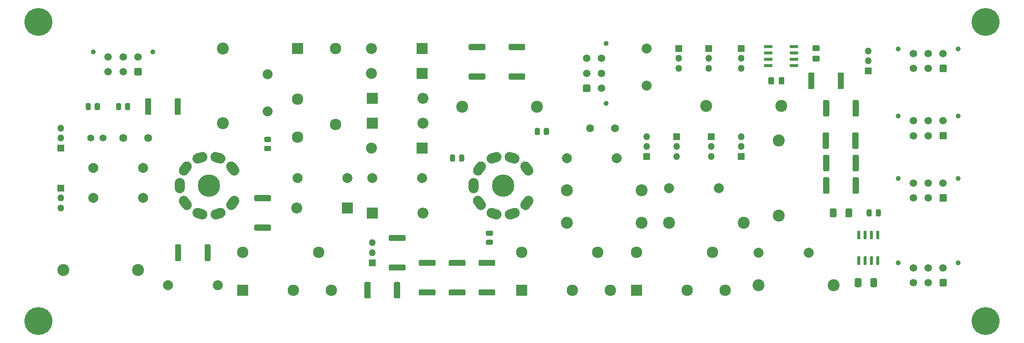
<source format=gbr>
%TF.GenerationSoftware,KiCad,Pcbnew,(5.1.10)-1*%
%TF.CreationDate,2021-11-03T21:28:22+01:00*%
%TF.ProjectId,Amplificatore,416d706c-6966-4696-9361-746f72652e6b,rev?*%
%TF.SameCoordinates,Original*%
%TF.FileFunction,Soldermask,Top*%
%TF.FilePolarity,Negative*%
%FSLAX46Y46*%
G04 Gerber Fmt 4.6, Leading zero omitted, Abs format (unit mm)*
G04 Created by KiCad (PCBNEW (5.1.10)-1) date 2021-11-03 21:28:22*
%MOMM*%
%LPD*%
G01*
G04 APERTURE LIST*
%ADD10C,1.000000*%
%ADD11C,1.500000*%
%ADD12C,2.400000*%
%ADD13C,3.600000*%
%ADD14C,5.600000*%
%ADD15R,1.350000X1.350000*%
%ADD16O,1.350000X1.350000*%
%ADD17C,2.000000*%
%ADD18C,1.600000*%
%ADD19R,2.300000X2.300000*%
%ADD20C,2.300000*%
%ADD21R,2.200000X2.200000*%
%ADD22O,2.200000X2.200000*%
%ADD23C,4.500000*%
%ADD24O,2.030000X3.050000*%
%ADD25C,1.400000*%
G04 APERTURE END LIST*
%TO.C,U4*%
G36*
G01*
X213245000Y-76880000D02*
X213545000Y-76880000D01*
G75*
G02*
X213695000Y-77030000I0J-150000D01*
G01*
X213695000Y-78480000D01*
G75*
G02*
X213545000Y-78630000I-150000J0D01*
G01*
X213245000Y-78630000D01*
G75*
G02*
X213095000Y-78480000I0J150000D01*
G01*
X213095000Y-77030000D01*
G75*
G02*
X213245000Y-76880000I150000J0D01*
G01*
G37*
G36*
G01*
X211975000Y-76880000D02*
X212275000Y-76880000D01*
G75*
G02*
X212425000Y-77030000I0J-150000D01*
G01*
X212425000Y-78480000D01*
G75*
G02*
X212275000Y-78630000I-150000J0D01*
G01*
X211975000Y-78630000D01*
G75*
G02*
X211825000Y-78480000I0J150000D01*
G01*
X211825000Y-77030000D01*
G75*
G02*
X211975000Y-76880000I150000J0D01*
G01*
G37*
G36*
G01*
X210705000Y-76880000D02*
X211005000Y-76880000D01*
G75*
G02*
X211155000Y-77030000I0J-150000D01*
G01*
X211155000Y-78480000D01*
G75*
G02*
X211005000Y-78630000I-150000J0D01*
G01*
X210705000Y-78630000D01*
G75*
G02*
X210555000Y-78480000I0J150000D01*
G01*
X210555000Y-77030000D01*
G75*
G02*
X210705000Y-76880000I150000J0D01*
G01*
G37*
G36*
G01*
X209435000Y-76880000D02*
X209735000Y-76880000D01*
G75*
G02*
X209885000Y-77030000I0J-150000D01*
G01*
X209885000Y-78480000D01*
G75*
G02*
X209735000Y-78630000I-150000J0D01*
G01*
X209435000Y-78630000D01*
G75*
G02*
X209285000Y-78480000I0J150000D01*
G01*
X209285000Y-77030000D01*
G75*
G02*
X209435000Y-76880000I150000J0D01*
G01*
G37*
G36*
G01*
X209435000Y-82030000D02*
X209735000Y-82030000D01*
G75*
G02*
X209885000Y-82180000I0J-150000D01*
G01*
X209885000Y-83630000D01*
G75*
G02*
X209735000Y-83780000I-150000J0D01*
G01*
X209435000Y-83780000D01*
G75*
G02*
X209285000Y-83630000I0J150000D01*
G01*
X209285000Y-82180000D01*
G75*
G02*
X209435000Y-82030000I150000J0D01*
G01*
G37*
G36*
G01*
X210705000Y-82030000D02*
X211005000Y-82030000D01*
G75*
G02*
X211155000Y-82180000I0J-150000D01*
G01*
X211155000Y-83630000D01*
G75*
G02*
X211005000Y-83780000I-150000J0D01*
G01*
X210705000Y-83780000D01*
G75*
G02*
X210555000Y-83630000I0J150000D01*
G01*
X210555000Y-82180000D01*
G75*
G02*
X210705000Y-82030000I150000J0D01*
G01*
G37*
G36*
G01*
X211975000Y-82030000D02*
X212275000Y-82030000D01*
G75*
G02*
X212425000Y-82180000I0J-150000D01*
G01*
X212425000Y-83630000D01*
G75*
G02*
X212275000Y-83780000I-150000J0D01*
G01*
X211975000Y-83780000D01*
G75*
G02*
X211825000Y-83630000I0J150000D01*
G01*
X211825000Y-82180000D01*
G75*
G02*
X211975000Y-82030000I150000J0D01*
G01*
G37*
G36*
G01*
X213245000Y-82030000D02*
X213545000Y-82030000D01*
G75*
G02*
X213695000Y-82180000I0J-150000D01*
G01*
X213695000Y-83630000D01*
G75*
G02*
X213545000Y-83780000I-150000J0D01*
G01*
X213245000Y-83780000D01*
G75*
G02*
X213095000Y-83630000I0J150000D01*
G01*
X213095000Y-82180000D01*
G75*
G02*
X213245000Y-82030000I150000J0D01*
G01*
G37*
%TD*%
%TO.C,R38*%
G36*
G01*
X211153000Y-73780001D02*
X211153000Y-72879999D01*
G75*
G02*
X211402999Y-72630000I249999J0D01*
G01*
X211928001Y-72630000D01*
G75*
G02*
X212178000Y-72879999I0J-249999D01*
G01*
X212178000Y-73780001D01*
G75*
G02*
X211928001Y-74030000I-249999J0D01*
G01*
X211402999Y-74030000D01*
G75*
G02*
X211153000Y-73780001I0J249999D01*
G01*
G37*
G36*
G01*
X212978000Y-73780001D02*
X212978000Y-72879999D01*
G75*
G02*
X213227999Y-72630000I249999J0D01*
G01*
X213753001Y-72630000D01*
G75*
G02*
X214003000Y-72879999I0J-249999D01*
G01*
X214003000Y-73780001D01*
G75*
G02*
X213753001Y-74030000I-249999J0D01*
G01*
X213227999Y-74030000D01*
G75*
G02*
X212978000Y-73780001I0J249999D01*
G01*
G37*
%TD*%
D10*
%TO.C,J21*%
X158930000Y-51330000D03*
X158930000Y-39330000D03*
G36*
G01*
X155490000Y-49080000D02*
X154490000Y-49080000D01*
G75*
G02*
X154240000Y-48830000I0J250000D01*
G01*
X154240000Y-47830000D01*
G75*
G02*
X154490000Y-47580000I250000J0D01*
G01*
X155490000Y-47580000D01*
G75*
G02*
X155740000Y-47830000I0J-250000D01*
G01*
X155740000Y-48830000D01*
G75*
G02*
X155490000Y-49080000I-250000J0D01*
G01*
G37*
D11*
X154990000Y-45330000D03*
X154990000Y-42330000D03*
X157990000Y-48330000D03*
X157990000Y-45330000D03*
X157990000Y-42330000D03*
%TD*%
D10*
%TO.C,J20*%
X229490000Y-83390000D03*
X217490000Y-83390000D03*
G36*
G01*
X227240000Y-86830000D02*
X227240000Y-87830000D01*
G75*
G02*
X226990000Y-88080000I-250000J0D01*
G01*
X225990000Y-88080000D01*
G75*
G02*
X225740000Y-87830000I0J250000D01*
G01*
X225740000Y-86830000D01*
G75*
G02*
X225990000Y-86580000I250000J0D01*
G01*
X226990000Y-86580000D01*
G75*
G02*
X227240000Y-86830000I0J-250000D01*
G01*
G37*
D11*
X223490000Y-87330000D03*
X220490000Y-87330000D03*
X226490000Y-84330000D03*
X223490000Y-84330000D03*
X220490000Y-84330000D03*
%TD*%
D10*
%TO.C,J10*%
X68000000Y-41060000D03*
X56000000Y-41060000D03*
G36*
G01*
X65750000Y-44500000D02*
X65750000Y-45500000D01*
G75*
G02*
X65500000Y-45750000I-250000J0D01*
G01*
X64500000Y-45750000D01*
G75*
G02*
X64250000Y-45500000I0J250000D01*
G01*
X64250000Y-44500000D01*
G75*
G02*
X64500000Y-44250000I250000J0D01*
G01*
X65500000Y-44250000D01*
G75*
G02*
X65750000Y-44500000I0J-250000D01*
G01*
G37*
D11*
X62000000Y-45000000D03*
X59000000Y-45000000D03*
X65000000Y-42000000D03*
X62000000Y-42000000D03*
X59000000Y-42000000D03*
%TD*%
%TO.C,C33*%
G36*
G01*
X203765000Y-73980001D02*
X203765000Y-72679999D01*
G75*
G02*
X204014999Y-72430000I249999J0D01*
G01*
X204840001Y-72430000D01*
G75*
G02*
X205090000Y-72679999I0J-249999D01*
G01*
X205090000Y-73980001D01*
G75*
G02*
X204840001Y-74230000I-249999J0D01*
G01*
X204014999Y-74230000D01*
G75*
G02*
X203765000Y-73980001I0J249999D01*
G01*
G37*
G36*
G01*
X206890000Y-73980001D02*
X206890000Y-72679999D01*
G75*
G02*
X207139999Y-72430000I249999J0D01*
G01*
X207965001Y-72430000D01*
G75*
G02*
X208215000Y-72679999I0J-249999D01*
G01*
X208215000Y-73980001D01*
G75*
G02*
X207965001Y-74230000I-249999J0D01*
G01*
X207139999Y-74230000D01*
G75*
G02*
X206890000Y-73980001I0J249999D01*
G01*
G37*
%TD*%
%TO.C,C32*%
G36*
G01*
X213215000Y-86679999D02*
X213215000Y-87980001D01*
G75*
G02*
X212965001Y-88230000I-249999J0D01*
G01*
X212139999Y-88230000D01*
G75*
G02*
X211890000Y-87980001I0J249999D01*
G01*
X211890000Y-86679999D01*
G75*
G02*
X212139999Y-86430000I249999J0D01*
G01*
X212965001Y-86430000D01*
G75*
G02*
X213215000Y-86679999I0J-249999D01*
G01*
G37*
G36*
G01*
X210090000Y-86679999D02*
X210090000Y-87980001D01*
G75*
G02*
X209840001Y-88230000I-249999J0D01*
G01*
X209014999Y-88230000D01*
G75*
G02*
X208765000Y-87980001I0J249999D01*
G01*
X208765000Y-86679999D01*
G75*
G02*
X209014999Y-86430000I249999J0D01*
G01*
X209840001Y-86430000D01*
G75*
G02*
X210090000Y-86679999I0J-249999D01*
G01*
G37*
%TD*%
D12*
%TO.C,C30*%
X193490000Y-73830000D03*
X193490000Y-58830000D03*
%TD*%
%TO.C,C28*%
X204490000Y-87830000D03*
X189490000Y-87830000D03*
%TD*%
%TO.C,C27*%
X178990000Y-51830000D03*
X193990000Y-51830000D03*
%TD*%
%TO.C,R36*%
G36*
G01*
X202415000Y-53755000D02*
X202415000Y-50905000D01*
G75*
G02*
X202665000Y-50655000I250000J0D01*
G01*
X203390000Y-50655000D01*
G75*
G02*
X203640000Y-50905000I0J-250000D01*
G01*
X203640000Y-53755000D01*
G75*
G02*
X203390000Y-54005000I-250000J0D01*
G01*
X202665000Y-54005000D01*
G75*
G02*
X202415000Y-53755000I0J250000D01*
G01*
G37*
G36*
G01*
X208340000Y-53755000D02*
X208340000Y-50905000D01*
G75*
G02*
X208590000Y-50655000I250000J0D01*
G01*
X209315000Y-50655000D01*
G75*
G02*
X209565000Y-50905000I0J-250000D01*
G01*
X209565000Y-53755000D01*
G75*
G02*
X209315000Y-54005000I-250000J0D01*
G01*
X208590000Y-54005000D01*
G75*
G02*
X208340000Y-53755000I0J250000D01*
G01*
G37*
%TD*%
%TO.C,C24*%
G36*
G01*
X200515000Y-39705000D02*
X201465000Y-39705000D01*
G75*
G02*
X201715000Y-39955000I0J-250000D01*
G01*
X201715000Y-40630000D01*
G75*
G02*
X201465000Y-40880000I-250000J0D01*
G01*
X200515000Y-40880000D01*
G75*
G02*
X200265000Y-40630000I0J250000D01*
G01*
X200265000Y-39955000D01*
G75*
G02*
X200515000Y-39705000I250000J0D01*
G01*
G37*
G36*
G01*
X200515000Y-41780000D02*
X201465000Y-41780000D01*
G75*
G02*
X201715000Y-42030000I0J-250000D01*
G01*
X201715000Y-42705000D01*
G75*
G02*
X201465000Y-42955000I-250000J0D01*
G01*
X200515000Y-42955000D01*
G75*
G02*
X200265000Y-42705000I0J250000D01*
G01*
X200265000Y-42030000D01*
G75*
G02*
X200515000Y-41780000I250000J0D01*
G01*
G37*
%TD*%
%TO.C,C23*%
G36*
G01*
X191403000Y-47305000D02*
X191403000Y-46355000D01*
G75*
G02*
X191653000Y-46105000I250000J0D01*
G01*
X192328000Y-46105000D01*
G75*
G02*
X192578000Y-46355000I0J-250000D01*
G01*
X192578000Y-47305000D01*
G75*
G02*
X192328000Y-47555000I-250000J0D01*
G01*
X191653000Y-47555000D01*
G75*
G02*
X191403000Y-47305000I0J250000D01*
G01*
G37*
G36*
G01*
X193478000Y-47305000D02*
X193478000Y-46355000D01*
G75*
G02*
X193728000Y-46105000I250000J0D01*
G01*
X194403000Y-46105000D01*
G75*
G02*
X194653000Y-46355000I0J-250000D01*
G01*
X194653000Y-47305000D01*
G75*
G02*
X194403000Y-47555000I-250000J0D01*
G01*
X193728000Y-47555000D01*
G75*
G02*
X193478000Y-47305000I0J250000D01*
G01*
G37*
%TD*%
D13*
%TO.C,J19*%
X235000000Y-35000000D03*
D14*
X235000000Y-35000000D03*
%TD*%
%TO.C,J18*%
X235000000Y-95000000D03*
D13*
X235000000Y-95000000D03*
%TD*%
%TO.C,J17*%
X45000000Y-95000000D03*
D14*
X45000000Y-95000000D03*
%TD*%
D13*
%TO.C,J16*%
X45000000Y-35000000D03*
D14*
X45000000Y-35000000D03*
%TD*%
%TO.C,U3*%
G36*
G01*
X190540000Y-40075000D02*
X190540000Y-39775000D01*
G75*
G02*
X190690000Y-39625000I150000J0D01*
G01*
X192140000Y-39625000D01*
G75*
G02*
X192290000Y-39775000I0J-150000D01*
G01*
X192290000Y-40075000D01*
G75*
G02*
X192140000Y-40225000I-150000J0D01*
G01*
X190690000Y-40225000D01*
G75*
G02*
X190540000Y-40075000I0J150000D01*
G01*
G37*
G36*
G01*
X190540000Y-41345000D02*
X190540000Y-41045000D01*
G75*
G02*
X190690000Y-40895000I150000J0D01*
G01*
X192140000Y-40895000D01*
G75*
G02*
X192290000Y-41045000I0J-150000D01*
G01*
X192290000Y-41345000D01*
G75*
G02*
X192140000Y-41495000I-150000J0D01*
G01*
X190690000Y-41495000D01*
G75*
G02*
X190540000Y-41345000I0J150000D01*
G01*
G37*
G36*
G01*
X190540000Y-42615000D02*
X190540000Y-42315000D01*
G75*
G02*
X190690000Y-42165000I150000J0D01*
G01*
X192140000Y-42165000D01*
G75*
G02*
X192290000Y-42315000I0J-150000D01*
G01*
X192290000Y-42615000D01*
G75*
G02*
X192140000Y-42765000I-150000J0D01*
G01*
X190690000Y-42765000D01*
G75*
G02*
X190540000Y-42615000I0J150000D01*
G01*
G37*
G36*
G01*
X190540000Y-43885000D02*
X190540000Y-43585000D01*
G75*
G02*
X190690000Y-43435000I150000J0D01*
G01*
X192140000Y-43435000D01*
G75*
G02*
X192290000Y-43585000I0J-150000D01*
G01*
X192290000Y-43885000D01*
G75*
G02*
X192140000Y-44035000I-150000J0D01*
G01*
X190690000Y-44035000D01*
G75*
G02*
X190540000Y-43885000I0J150000D01*
G01*
G37*
G36*
G01*
X195690000Y-43885000D02*
X195690000Y-43585000D01*
G75*
G02*
X195840000Y-43435000I150000J0D01*
G01*
X197290000Y-43435000D01*
G75*
G02*
X197440000Y-43585000I0J-150000D01*
G01*
X197440000Y-43885000D01*
G75*
G02*
X197290000Y-44035000I-150000J0D01*
G01*
X195840000Y-44035000D01*
G75*
G02*
X195690000Y-43885000I0J150000D01*
G01*
G37*
G36*
G01*
X195690000Y-42615000D02*
X195690000Y-42315000D01*
G75*
G02*
X195840000Y-42165000I150000J0D01*
G01*
X197290000Y-42165000D01*
G75*
G02*
X197440000Y-42315000I0J-150000D01*
G01*
X197440000Y-42615000D01*
G75*
G02*
X197290000Y-42765000I-150000J0D01*
G01*
X195840000Y-42765000D01*
G75*
G02*
X195690000Y-42615000I0J150000D01*
G01*
G37*
G36*
G01*
X195690000Y-41345000D02*
X195690000Y-41045000D01*
G75*
G02*
X195840000Y-40895000I150000J0D01*
G01*
X197290000Y-40895000D01*
G75*
G02*
X197440000Y-41045000I0J-150000D01*
G01*
X197440000Y-41345000D01*
G75*
G02*
X197290000Y-41495000I-150000J0D01*
G01*
X195840000Y-41495000D01*
G75*
G02*
X195690000Y-41345000I0J150000D01*
G01*
G37*
G36*
G01*
X195690000Y-40075000D02*
X195690000Y-39775000D01*
G75*
G02*
X195840000Y-39625000I150000J0D01*
G01*
X197290000Y-39625000D01*
G75*
G02*
X197440000Y-39775000I0J-150000D01*
G01*
X197440000Y-40075000D01*
G75*
G02*
X197290000Y-40225000I-150000J0D01*
G01*
X195840000Y-40225000D01*
G75*
G02*
X195690000Y-40075000I0J150000D01*
G01*
G37*
%TD*%
%TO.C,R34*%
G36*
G01*
X202415000Y-69255000D02*
X202415000Y-66405000D01*
G75*
G02*
X202665000Y-66155000I250000J0D01*
G01*
X203390000Y-66155000D01*
G75*
G02*
X203640000Y-66405000I0J-250000D01*
G01*
X203640000Y-69255000D01*
G75*
G02*
X203390000Y-69505000I-250000J0D01*
G01*
X202665000Y-69505000D01*
G75*
G02*
X202415000Y-69255000I0J250000D01*
G01*
G37*
G36*
G01*
X208340000Y-69255000D02*
X208340000Y-66405000D01*
G75*
G02*
X208590000Y-66155000I250000J0D01*
G01*
X209315000Y-66155000D01*
G75*
G02*
X209565000Y-66405000I0J-250000D01*
G01*
X209565000Y-69255000D01*
G75*
G02*
X209315000Y-69505000I-250000J0D01*
G01*
X208590000Y-69505000D01*
G75*
G02*
X208340000Y-69255000I0J250000D01*
G01*
G37*
%TD*%
%TO.C,R33*%
G36*
G01*
X202415000Y-64755000D02*
X202415000Y-61905000D01*
G75*
G02*
X202665000Y-61655000I250000J0D01*
G01*
X203390000Y-61655000D01*
G75*
G02*
X203640000Y-61905000I0J-250000D01*
G01*
X203640000Y-64755000D01*
G75*
G02*
X203390000Y-65005000I-250000J0D01*
G01*
X202665000Y-65005000D01*
G75*
G02*
X202415000Y-64755000I0J250000D01*
G01*
G37*
G36*
G01*
X208340000Y-64755000D02*
X208340000Y-61905000D01*
G75*
G02*
X208590000Y-61655000I250000J0D01*
G01*
X209315000Y-61655000D01*
G75*
G02*
X209565000Y-61905000I0J-250000D01*
G01*
X209565000Y-64755000D01*
G75*
G02*
X209315000Y-65005000I-250000J0D01*
G01*
X208590000Y-65005000D01*
G75*
G02*
X208340000Y-64755000I0J250000D01*
G01*
G37*
%TD*%
%TO.C,R32*%
G36*
G01*
X202345000Y-60255000D02*
X202345000Y-57405000D01*
G75*
G02*
X202595000Y-57155000I250000J0D01*
G01*
X203320000Y-57155000D01*
G75*
G02*
X203570000Y-57405000I0J-250000D01*
G01*
X203570000Y-60255000D01*
G75*
G02*
X203320000Y-60505000I-250000J0D01*
G01*
X202595000Y-60505000D01*
G75*
G02*
X202345000Y-60255000I0J250000D01*
G01*
G37*
G36*
G01*
X208270000Y-60255000D02*
X208270000Y-57405000D01*
G75*
G02*
X208520000Y-57155000I250000J0D01*
G01*
X209245000Y-57155000D01*
G75*
G02*
X209495000Y-57405000I0J-250000D01*
G01*
X209495000Y-60255000D01*
G75*
G02*
X209245000Y-60505000I-250000J0D01*
G01*
X208520000Y-60505000D01*
G75*
G02*
X208270000Y-60255000I0J250000D01*
G01*
G37*
%TD*%
%TO.C,R31*%
G36*
G01*
X206565000Y-45405000D02*
X206565000Y-48255000D01*
G75*
G02*
X206315000Y-48505000I-250000J0D01*
G01*
X205590000Y-48505000D01*
G75*
G02*
X205340000Y-48255000I0J250000D01*
G01*
X205340000Y-45405000D01*
G75*
G02*
X205590000Y-45155000I250000J0D01*
G01*
X206315000Y-45155000D01*
G75*
G02*
X206565000Y-45405000I0J-250000D01*
G01*
G37*
G36*
G01*
X200640000Y-45405000D02*
X200640000Y-48255000D01*
G75*
G02*
X200390000Y-48505000I-250000J0D01*
G01*
X199665000Y-48505000D01*
G75*
G02*
X199415000Y-48255000I0J250000D01*
G01*
X199415000Y-45405000D01*
G75*
G02*
X199665000Y-45155000I250000J0D01*
G01*
X200390000Y-45155000D01*
G75*
G02*
X200640000Y-45405000I0J-250000D01*
G01*
G37*
%TD*%
D15*
%TO.C,J15*%
X211490000Y-44830000D03*
D16*
X211490000Y-42830000D03*
X211490000Y-40830000D03*
%TD*%
D15*
%TO.C,J14*%
X185990000Y-40330000D03*
D16*
X185990000Y-42330000D03*
X185990000Y-44330000D03*
%TD*%
D10*
%TO.C,J13*%
X229490000Y-66390000D03*
X217490000Y-66390000D03*
G36*
G01*
X227240000Y-69830000D02*
X227240000Y-70830000D01*
G75*
G02*
X226990000Y-71080000I-250000J0D01*
G01*
X225990000Y-71080000D01*
G75*
G02*
X225740000Y-70830000I0J250000D01*
G01*
X225740000Y-69830000D01*
G75*
G02*
X225990000Y-69580000I250000J0D01*
G01*
X226990000Y-69580000D01*
G75*
G02*
X227240000Y-69830000I0J-250000D01*
G01*
G37*
D11*
X223490000Y-70330000D03*
X220490000Y-70330000D03*
X226490000Y-67330000D03*
X223490000Y-67330000D03*
X220490000Y-67330000D03*
%TD*%
D10*
%TO.C,J12*%
X229490000Y-40390000D03*
X217490000Y-40390000D03*
G36*
G01*
X227240000Y-43830000D02*
X227240000Y-44830000D01*
G75*
G02*
X226990000Y-45080000I-250000J0D01*
G01*
X225990000Y-45080000D01*
G75*
G02*
X225740000Y-44830000I0J250000D01*
G01*
X225740000Y-43830000D01*
G75*
G02*
X225990000Y-43580000I250000J0D01*
G01*
X226990000Y-43580000D01*
G75*
G02*
X227240000Y-43830000I0J-250000D01*
G01*
G37*
D11*
X223490000Y-44330000D03*
X220490000Y-44330000D03*
X226490000Y-41330000D03*
X223490000Y-41330000D03*
X220490000Y-41330000D03*
%TD*%
D10*
%TO.C,J11*%
X229490000Y-53890000D03*
X217490000Y-53890000D03*
G36*
G01*
X227240000Y-57330000D02*
X227240000Y-58330000D01*
G75*
G02*
X226990000Y-58580000I-250000J0D01*
G01*
X225990000Y-58580000D01*
G75*
G02*
X225740000Y-58330000I0J250000D01*
G01*
X225740000Y-57330000D01*
G75*
G02*
X225990000Y-57080000I250000J0D01*
G01*
X226990000Y-57080000D01*
G75*
G02*
X227240000Y-57330000I0J-250000D01*
G01*
G37*
D11*
X223490000Y-57830000D03*
X220490000Y-57830000D03*
X226490000Y-54830000D03*
X223490000Y-54830000D03*
X220490000Y-54830000D03*
%TD*%
%TO.C,R24*%
G36*
G01*
X139575000Y-39425000D02*
X142425000Y-39425000D01*
G75*
G02*
X142675000Y-39675000I0J-250000D01*
G01*
X142675000Y-40400000D01*
G75*
G02*
X142425000Y-40650000I-250000J0D01*
G01*
X139575000Y-40650000D01*
G75*
G02*
X139325000Y-40400000I0J250000D01*
G01*
X139325000Y-39675000D01*
G75*
G02*
X139575000Y-39425000I250000J0D01*
G01*
G37*
G36*
G01*
X139575000Y-45350000D02*
X142425000Y-45350000D01*
G75*
G02*
X142675000Y-45600000I0J-250000D01*
G01*
X142675000Y-46325000D01*
G75*
G02*
X142425000Y-46575000I-250000J0D01*
G01*
X139575000Y-46575000D01*
G75*
G02*
X139325000Y-46325000I0J250000D01*
G01*
X139325000Y-45600000D01*
G75*
G02*
X139575000Y-45350000I250000J0D01*
G01*
G37*
%TD*%
%TO.C,R23*%
G36*
G01*
X135039999Y-76905000D02*
X135940001Y-76905000D01*
G75*
G02*
X136190000Y-77154999I0J-249999D01*
G01*
X136190000Y-77680001D01*
G75*
G02*
X135940001Y-77930000I-249999J0D01*
G01*
X135039999Y-77930000D01*
G75*
G02*
X134790000Y-77680001I0J249999D01*
G01*
X134790000Y-77154999D01*
G75*
G02*
X135039999Y-76905000I249999J0D01*
G01*
G37*
G36*
G01*
X135039999Y-78730000D02*
X135940001Y-78730000D01*
G75*
G02*
X136190000Y-78979999I0J-249999D01*
G01*
X136190000Y-79505001D01*
G75*
G02*
X135940001Y-79755000I-249999J0D01*
G01*
X135039999Y-79755000D01*
G75*
G02*
X134790000Y-79505001I0J249999D01*
G01*
X134790000Y-78979999D01*
G75*
G02*
X135039999Y-78730000I249999J0D01*
G01*
G37*
%TD*%
D15*
%TO.C,J9*%
X179490000Y-40330000D03*
D16*
X179490000Y-42330000D03*
X179490000Y-44330000D03*
%TD*%
D15*
%TO.C,J8*%
X180000000Y-58000000D03*
D16*
X180000000Y-60000000D03*
X180000000Y-62000000D03*
%TD*%
D15*
%TO.C,J7*%
X173490000Y-40330000D03*
D16*
X173490000Y-42330000D03*
X173490000Y-44330000D03*
%TD*%
D15*
%TO.C,J6*%
X173000000Y-58000000D03*
D16*
X173000000Y-60000000D03*
X173000000Y-62000000D03*
%TD*%
D15*
%TO.C,J5*%
X166990000Y-62000000D03*
D16*
X166990000Y-60000000D03*
X166990000Y-58000000D03*
%TD*%
D17*
%TO.C,C22*%
X189490000Y-81330000D03*
X199490000Y-81330000D03*
%TD*%
D12*
%TO.C,C21*%
X171490000Y-75330000D03*
X186490000Y-75330000D03*
%TD*%
D17*
%TO.C,C20*%
X166990000Y-47830000D03*
X166990000Y-40330000D03*
%TD*%
D18*
%TO.C,C19*%
X155650000Y-56330000D03*
X160650000Y-56330000D03*
%TD*%
D17*
%TO.C,C18*%
X181490000Y-68330000D03*
X171490000Y-68330000D03*
%TD*%
%TO.C,C17*%
X160990000Y-62330000D03*
X150990000Y-62330000D03*
%TD*%
D12*
%TO.C,C16*%
X165990000Y-68830000D03*
X150990000Y-68830000D03*
%TD*%
D16*
%TO.C,J4*%
X49490000Y-56330000D03*
X49490000Y-58330000D03*
D15*
X49490000Y-60330000D03*
%TD*%
%TO.C,R2*%
G36*
G01*
X60575000Y-52450001D02*
X60575000Y-51549999D01*
G75*
G02*
X60824999Y-51300000I249999J0D01*
G01*
X61350001Y-51300000D01*
G75*
G02*
X61600000Y-51549999I0J-249999D01*
G01*
X61600000Y-52450001D01*
G75*
G02*
X61350001Y-52700000I-249999J0D01*
G01*
X60824999Y-52700000D01*
G75*
G02*
X60575000Y-52450001I0J249999D01*
G01*
G37*
G36*
G01*
X62400000Y-52450001D02*
X62400000Y-51549999D01*
G75*
G02*
X62649999Y-51300000I249999J0D01*
G01*
X63175001Y-51300000D01*
G75*
G02*
X63425000Y-51549999I0J-249999D01*
G01*
X63425000Y-52450001D01*
G75*
G02*
X63175001Y-52700000I-249999J0D01*
G01*
X62649999Y-52700000D01*
G75*
G02*
X62400000Y-52450001I0J249999D01*
G01*
G37*
%TD*%
D19*
%TO.C,K4*%
X164990000Y-88830000D03*
D20*
X175150000Y-88830000D03*
X182770000Y-88830000D03*
X180230000Y-81210000D03*
X164990000Y-81210000D03*
%TD*%
D19*
%TO.C,K3*%
X141990000Y-88830000D03*
D20*
X152150000Y-88830000D03*
X159770000Y-88830000D03*
X157230000Y-81210000D03*
X141990000Y-81210000D03*
%TD*%
D15*
%TO.C,J3*%
X185990000Y-62000000D03*
D16*
X185990000Y-60000000D03*
X185990000Y-58000000D03*
%TD*%
D12*
%TO.C,C15*%
X150990000Y-75330000D03*
X165990000Y-75330000D03*
%TD*%
%TO.C,R20*%
G36*
G01*
X133565000Y-82755000D02*
X136415000Y-82755000D01*
G75*
G02*
X136665000Y-83005000I0J-250000D01*
G01*
X136665000Y-83730000D01*
G75*
G02*
X136415000Y-83980000I-250000J0D01*
G01*
X133565000Y-83980000D01*
G75*
G02*
X133315000Y-83730000I0J250000D01*
G01*
X133315000Y-83005000D01*
G75*
G02*
X133565000Y-82755000I250000J0D01*
G01*
G37*
G36*
G01*
X133565000Y-88680000D02*
X136415000Y-88680000D01*
G75*
G02*
X136665000Y-88930000I0J-250000D01*
G01*
X136665000Y-89655000D01*
G75*
G02*
X136415000Y-89905000I-250000J0D01*
G01*
X133565000Y-89905000D01*
G75*
G02*
X133315000Y-89655000I0J250000D01*
G01*
X133315000Y-88930000D01*
G75*
G02*
X133565000Y-88680000I250000J0D01*
G01*
G37*
%TD*%
%TO.C,R19*%
G36*
G01*
X127565000Y-82755000D02*
X130415000Y-82755000D01*
G75*
G02*
X130665000Y-83005000I0J-250000D01*
G01*
X130665000Y-83730000D01*
G75*
G02*
X130415000Y-83980000I-250000J0D01*
G01*
X127565000Y-83980000D01*
G75*
G02*
X127315000Y-83730000I0J250000D01*
G01*
X127315000Y-83005000D01*
G75*
G02*
X127565000Y-82755000I250000J0D01*
G01*
G37*
G36*
G01*
X127565000Y-88680000D02*
X130415000Y-88680000D01*
G75*
G02*
X130665000Y-88930000I0J-250000D01*
G01*
X130665000Y-89655000D01*
G75*
G02*
X130415000Y-89905000I-250000J0D01*
G01*
X127565000Y-89905000D01*
G75*
G02*
X127315000Y-89655000I0J250000D01*
G01*
X127315000Y-88930000D01*
G75*
G02*
X127565000Y-88680000I250000J0D01*
G01*
G37*
%TD*%
%TO.C,R18*%
G36*
G01*
X118415000Y-84905000D02*
X115565000Y-84905000D01*
G75*
G02*
X115315000Y-84655000I0J250000D01*
G01*
X115315000Y-83930000D01*
G75*
G02*
X115565000Y-83680000I250000J0D01*
G01*
X118415000Y-83680000D01*
G75*
G02*
X118665000Y-83930000I0J-250000D01*
G01*
X118665000Y-84655000D01*
G75*
G02*
X118415000Y-84905000I-250000J0D01*
G01*
G37*
G36*
G01*
X118415000Y-78980000D02*
X115565000Y-78980000D01*
G75*
G02*
X115315000Y-78730000I0J250000D01*
G01*
X115315000Y-78005000D01*
G75*
G02*
X115565000Y-77755000I250000J0D01*
G01*
X118415000Y-77755000D01*
G75*
G02*
X118665000Y-78005000I0J-250000D01*
G01*
X118665000Y-78730000D01*
G75*
G02*
X118415000Y-78980000I-250000J0D01*
G01*
G37*
%TD*%
D20*
%TO.C,K2*%
X85990000Y-81210000D03*
X101230000Y-81210000D03*
X103770000Y-88830000D03*
X96150000Y-88830000D03*
D19*
X85990000Y-88830000D03*
%TD*%
D21*
%TO.C,D7*%
X106990000Y-72330000D03*
D22*
X96830000Y-72330000D03*
%TD*%
D21*
%TO.C,D6*%
X111990000Y-73330000D03*
D22*
X122150000Y-73330000D03*
%TD*%
D12*
%TO.C,C14*%
X130000000Y-52000000D03*
X145000000Y-52000000D03*
%TD*%
D17*
%TO.C,C13*%
X111990000Y-66330000D03*
X121990000Y-66330000D03*
%TD*%
D23*
%TO.C,U2*%
X138240000Y-67880000D03*
G36*
G01*
X143511382Y-63410799D02*
X144110922Y-64235997D01*
G75*
G02*
X143886372Y-65653751I-821152J-596602D01*
G01*
X143886372Y-65653751D01*
G75*
G02*
X142468618Y-65429201I-596602J821152D01*
G01*
X141869078Y-64604003D01*
G75*
G02*
X142093628Y-63186249I821152J596602D01*
G01*
X142093628Y-63186249D01*
G75*
G02*
X143511382Y-63410799I596602J-821152D01*
G01*
G37*
G36*
G01*
X139848613Y-61147079D02*
X140818691Y-61462277D01*
G75*
G02*
X141470361Y-62741251I-313652J-965322D01*
G01*
X141470361Y-62741251D01*
G75*
G02*
X140191387Y-63392921I-965322J313652D01*
G01*
X139221309Y-63077723D01*
G75*
G02*
X138569639Y-61798749I313652J965322D01*
G01*
X138569639Y-61798749D01*
G75*
G02*
X139848613Y-61147079I965322J-313652D01*
G01*
G37*
G36*
G01*
X135611309Y-61462277D02*
X136581387Y-61147079D01*
G75*
G02*
X137860361Y-61798749I313652J-965322D01*
G01*
X137860361Y-61798749D01*
G75*
G02*
X137208691Y-63077723I-965322J-313652D01*
G01*
X136238613Y-63392921D01*
G75*
G02*
X134959639Y-62741251I-313652J965322D01*
G01*
X134959639Y-62741251D01*
G75*
G02*
X135611309Y-61462277I965322J313652D01*
G01*
G37*
G36*
G01*
X132359078Y-64235997D02*
X132958618Y-63410799D01*
G75*
G02*
X134376372Y-63186249I821152J-596602D01*
G01*
X134376372Y-63186249D01*
G75*
G02*
X134600922Y-64604003I-596602J-821152D01*
G01*
X134001382Y-65429201D01*
G75*
G02*
X132583628Y-65653751I-821152J596602D01*
G01*
X132583628Y-65653751D01*
G75*
G02*
X132359078Y-64235997I596602J821152D01*
G01*
G37*
D24*
X132340000Y-67880000D03*
G36*
G01*
X134001382Y-70320799D02*
X134600922Y-71145997D01*
G75*
G02*
X134376372Y-72563751I-821152J-596602D01*
G01*
X134376372Y-72563751D01*
G75*
G02*
X132958618Y-72339201I-596602J821152D01*
G01*
X132359078Y-71514003D01*
G75*
G02*
X132583628Y-70096249I821152J596602D01*
G01*
X132583628Y-70096249D01*
G75*
G02*
X134001382Y-70320799I596602J-821152D01*
G01*
G37*
G36*
G01*
X136238613Y-72357079D02*
X137208691Y-72672277D01*
G75*
G02*
X137860361Y-73951251I-313652J-965322D01*
G01*
X137860361Y-73951251D01*
G75*
G02*
X136581387Y-74602921I-965322J313652D01*
G01*
X135611309Y-74287723D01*
G75*
G02*
X134959639Y-73008749I313652J965322D01*
G01*
X134959639Y-73008749D01*
G75*
G02*
X136238613Y-72357079I965322J-313652D01*
G01*
G37*
G36*
G01*
X139261309Y-72672277D02*
X140231387Y-72357079D01*
G75*
G02*
X141510361Y-73008749I313652J-965322D01*
G01*
X141510361Y-73008749D01*
G75*
G02*
X140858691Y-74287723I-965322J-313652D01*
G01*
X139888613Y-74602921D01*
G75*
G02*
X138609639Y-73951251I-313652J965322D01*
G01*
X138609639Y-73951251D01*
G75*
G02*
X139261309Y-72672277I965322J313652D01*
G01*
G37*
G36*
G01*
X141869078Y-71145997D02*
X142468618Y-70320799D01*
G75*
G02*
X143886372Y-70096249I821152J-596602D01*
G01*
X143886372Y-70096249D01*
G75*
G02*
X144110922Y-71514003I-596602J-821152D01*
G01*
X143511382Y-72339201D01*
G75*
G02*
X142093628Y-72563751I-821152J596602D01*
G01*
X142093628Y-72563751D01*
G75*
G02*
X141869078Y-71145997I596602J821152D01*
G01*
G37*
%TD*%
%TO.C,R17*%
G36*
G01*
X131575000Y-45350000D02*
X134425000Y-45350000D01*
G75*
G02*
X134675000Y-45600000I0J-250000D01*
G01*
X134675000Y-46325000D01*
G75*
G02*
X134425000Y-46575000I-250000J0D01*
G01*
X131575000Y-46575000D01*
G75*
G02*
X131325000Y-46325000I0J250000D01*
G01*
X131325000Y-45600000D01*
G75*
G02*
X131575000Y-45350000I250000J0D01*
G01*
G37*
G36*
G01*
X131575000Y-39425000D02*
X134425000Y-39425000D01*
G75*
G02*
X134675000Y-39675000I0J-250000D01*
G01*
X134675000Y-40400000D01*
G75*
G02*
X134425000Y-40650000I-250000J0D01*
G01*
X131575000Y-40650000D01*
G75*
G02*
X131325000Y-40400000I0J250000D01*
G01*
X131325000Y-39675000D01*
G75*
G02*
X131575000Y-39425000I250000J0D01*
G01*
G37*
%TD*%
%TO.C,R16*%
G36*
G01*
X146400000Y-57450001D02*
X146400000Y-56549999D01*
G75*
G02*
X146649999Y-56300000I249999J0D01*
G01*
X147175001Y-56300000D01*
G75*
G02*
X147425000Y-56549999I0J-249999D01*
G01*
X147425000Y-57450001D01*
G75*
G02*
X147175001Y-57700000I-249999J0D01*
G01*
X146649999Y-57700000D01*
G75*
G02*
X146400000Y-57450001I0J249999D01*
G01*
G37*
G36*
G01*
X144575000Y-57450001D02*
X144575000Y-56549999D01*
G75*
G02*
X144824999Y-56300000I249999J0D01*
G01*
X145350001Y-56300000D01*
G75*
G02*
X145600000Y-56549999I0J-249999D01*
G01*
X145600000Y-57450001D01*
G75*
G02*
X145350001Y-57700000I-249999J0D01*
G01*
X144824999Y-57700000D01*
G75*
G02*
X144575000Y-57450001I0J249999D01*
G01*
G37*
%TD*%
%TO.C,R15*%
G36*
G01*
X127565000Y-62780001D02*
X127565000Y-61879999D01*
G75*
G02*
X127814999Y-61630000I249999J0D01*
G01*
X128340001Y-61630000D01*
G75*
G02*
X128590000Y-61879999I0J-249999D01*
G01*
X128590000Y-62780001D01*
G75*
G02*
X128340001Y-63030000I-249999J0D01*
G01*
X127814999Y-63030000D01*
G75*
G02*
X127565000Y-62780001I0J249999D01*
G01*
G37*
G36*
G01*
X129390000Y-62780001D02*
X129390000Y-61879999D01*
G75*
G02*
X129639999Y-61630000I249999J0D01*
G01*
X130165001Y-61630000D01*
G75*
G02*
X130415000Y-61879999I0J-249999D01*
G01*
X130415000Y-62780001D01*
G75*
G02*
X130165001Y-63030000I-249999J0D01*
G01*
X129639999Y-63030000D01*
G75*
G02*
X129390000Y-62780001I0J249999D01*
G01*
G37*
%TD*%
%TO.C,R13*%
G36*
G01*
X121565000Y-82755000D02*
X124415000Y-82755000D01*
G75*
G02*
X124665000Y-83005000I0J-250000D01*
G01*
X124665000Y-83730000D01*
G75*
G02*
X124415000Y-83980000I-250000J0D01*
G01*
X121565000Y-83980000D01*
G75*
G02*
X121315000Y-83730000I0J250000D01*
G01*
X121315000Y-83005000D01*
G75*
G02*
X121565000Y-82755000I250000J0D01*
G01*
G37*
G36*
G01*
X121565000Y-88680000D02*
X124415000Y-88680000D01*
G75*
G02*
X124665000Y-88930000I0J-250000D01*
G01*
X124665000Y-89655000D01*
G75*
G02*
X124415000Y-89905000I-250000J0D01*
G01*
X121565000Y-89905000D01*
G75*
G02*
X121315000Y-89655000I0J250000D01*
G01*
X121315000Y-88930000D01*
G75*
G02*
X121565000Y-88680000I250000J0D01*
G01*
G37*
%TD*%
%TO.C,R12*%
G36*
G01*
X117565000Y-87405000D02*
X117565000Y-90255000D01*
G75*
G02*
X117315000Y-90505000I-250000J0D01*
G01*
X116590000Y-90505000D01*
G75*
G02*
X116340000Y-90255000I0J250000D01*
G01*
X116340000Y-87405000D01*
G75*
G02*
X116590000Y-87155000I250000J0D01*
G01*
X117315000Y-87155000D01*
G75*
G02*
X117565000Y-87405000I0J-250000D01*
G01*
G37*
G36*
G01*
X111640000Y-87405000D02*
X111640000Y-90255000D01*
G75*
G02*
X111390000Y-90505000I-250000J0D01*
G01*
X110665000Y-90505000D01*
G75*
G02*
X110415000Y-90255000I0J250000D01*
G01*
X110415000Y-87405000D01*
G75*
G02*
X110665000Y-87155000I250000J0D01*
G01*
X111390000Y-87155000D01*
G75*
G02*
X111640000Y-87405000I0J-250000D01*
G01*
G37*
%TD*%
D15*
%TO.C,J2*%
X111990000Y-83330000D03*
D16*
X111990000Y-81330000D03*
X111990000Y-79330000D03*
%TD*%
D21*
%TO.C,D5*%
X121990000Y-40330000D03*
D22*
X111830000Y-40330000D03*
%TD*%
D21*
%TO.C,D4*%
X121990000Y-45330000D03*
D22*
X111830000Y-45330000D03*
%TD*%
D21*
%TO.C,D3*%
X121990000Y-60330000D03*
D22*
X111830000Y-60330000D03*
%TD*%
D21*
%TO.C,D2*%
X111990000Y-55330000D03*
D22*
X122150000Y-55330000D03*
%TD*%
D21*
%TO.C,D1*%
X111990000Y-50330000D03*
D22*
X122150000Y-50330000D03*
%TD*%
D17*
%TO.C,C12*%
X106990000Y-66330000D03*
X96990000Y-66330000D03*
%TD*%
%TO.C,R11*%
G36*
G01*
X91415000Y-70980000D02*
X88565000Y-70980000D01*
G75*
G02*
X88315000Y-70730000I0J250000D01*
G01*
X88315000Y-70005000D01*
G75*
G02*
X88565000Y-69755000I250000J0D01*
G01*
X91415000Y-69755000D01*
G75*
G02*
X91665000Y-70005000I0J-250000D01*
G01*
X91665000Y-70730000D01*
G75*
G02*
X91415000Y-70980000I-250000J0D01*
G01*
G37*
G36*
G01*
X91415000Y-76905000D02*
X88565000Y-76905000D01*
G75*
G02*
X88315000Y-76655000I0J250000D01*
G01*
X88315000Y-75930000D01*
G75*
G02*
X88565000Y-75680000I250000J0D01*
G01*
X91415000Y-75680000D01*
G75*
G02*
X91665000Y-75930000I0J-250000D01*
G01*
X91665000Y-76655000D01*
G75*
G02*
X91415000Y-76905000I-250000J0D01*
G01*
G37*
%TD*%
%TO.C,R10*%
G36*
G01*
X73640000Y-79905000D02*
X73640000Y-82755000D01*
G75*
G02*
X73390000Y-83005000I-250000J0D01*
G01*
X72665000Y-83005000D01*
G75*
G02*
X72415000Y-82755000I0J250000D01*
G01*
X72415000Y-79905000D01*
G75*
G02*
X72665000Y-79655000I250000J0D01*
G01*
X73390000Y-79655000D01*
G75*
G02*
X73640000Y-79905000I0J-250000D01*
G01*
G37*
G36*
G01*
X79565000Y-79905000D02*
X79565000Y-82755000D01*
G75*
G02*
X79315000Y-83005000I-250000J0D01*
G01*
X78590000Y-83005000D01*
G75*
G02*
X78340000Y-82755000I0J250000D01*
G01*
X78340000Y-79905000D01*
G75*
G02*
X78590000Y-79655000I250000J0D01*
G01*
X79315000Y-79655000D01*
G75*
G02*
X79565000Y-79905000I0J-250000D01*
G01*
G37*
%TD*%
D20*
%TO.C,K1*%
X104610000Y-40330000D03*
X104610000Y-55570000D03*
X96990000Y-58110000D03*
X96990000Y-50490000D03*
D19*
X96990000Y-40330000D03*
%TD*%
D15*
%TO.C,J1*%
X49490000Y-68330000D03*
D16*
X49490000Y-70330000D03*
X49490000Y-72330000D03*
%TD*%
D17*
%TO.C,C11*%
X70990000Y-87830000D03*
X80990000Y-87830000D03*
%TD*%
D12*
%TO.C,C10*%
X49990000Y-84830000D03*
X64990000Y-84830000D03*
%TD*%
D17*
%TO.C,C9*%
X90990000Y-53000000D03*
X90990000Y-45500000D03*
%TD*%
%TO.C,C7*%
X65990000Y-70330000D03*
X55990000Y-70330000D03*
%TD*%
%TO.C,C5*%
X55990000Y-64330000D03*
X65990000Y-64330000D03*
%TD*%
%TO.C,R4*%
G36*
G01*
X72350000Y-53425000D02*
X72350000Y-50575000D01*
G75*
G02*
X72600000Y-50325000I250000J0D01*
G01*
X73325000Y-50325000D01*
G75*
G02*
X73575000Y-50575000I0J-250000D01*
G01*
X73575000Y-53425000D01*
G75*
G02*
X73325000Y-53675000I-250000J0D01*
G01*
X72600000Y-53675000D01*
G75*
G02*
X72350000Y-53425000I0J250000D01*
G01*
G37*
G36*
G01*
X66425000Y-53425000D02*
X66425000Y-50575000D01*
G75*
G02*
X66675000Y-50325000I250000J0D01*
G01*
X67400000Y-50325000D01*
G75*
G02*
X67650000Y-50575000I0J-250000D01*
G01*
X67650000Y-53425000D01*
G75*
G02*
X67400000Y-53675000I-250000J0D01*
G01*
X66675000Y-53675000D01*
G75*
G02*
X66425000Y-53425000I0J250000D01*
G01*
G37*
%TD*%
%TO.C,R1*%
G36*
G01*
X57337500Y-51549999D02*
X57337500Y-52450001D01*
G75*
G02*
X57087501Y-52700000I-249999J0D01*
G01*
X56562499Y-52700000D01*
G75*
G02*
X56312500Y-52450001I0J249999D01*
G01*
X56312500Y-51549999D01*
G75*
G02*
X56562499Y-51300000I249999J0D01*
G01*
X57087501Y-51300000D01*
G75*
G02*
X57337500Y-51549999I0J-249999D01*
G01*
G37*
G36*
G01*
X55512500Y-51549999D02*
X55512500Y-52450001D01*
G75*
G02*
X55262501Y-52700000I-249999J0D01*
G01*
X54737499Y-52700000D01*
G75*
G02*
X54487500Y-52450001I0J249999D01*
G01*
X54487500Y-51549999D01*
G75*
G02*
X54737499Y-51300000I249999J0D01*
G01*
X55262501Y-51300000D01*
G75*
G02*
X55512500Y-51549999I0J-249999D01*
G01*
G37*
%TD*%
D18*
%TO.C,C3*%
X66990000Y-58330000D03*
X61990000Y-58330000D03*
%TD*%
D25*
%TO.C,C1*%
X57990000Y-58330000D03*
X55490000Y-58330000D03*
%TD*%
D23*
%TO.C,U1*%
X79240000Y-67880000D03*
G36*
G01*
X84511382Y-63410799D02*
X85110922Y-64235997D01*
G75*
G02*
X84886372Y-65653751I-821152J-596602D01*
G01*
X84886372Y-65653751D01*
G75*
G02*
X83468618Y-65429201I-596602J821152D01*
G01*
X82869078Y-64604003D01*
G75*
G02*
X83093628Y-63186249I821152J596602D01*
G01*
X83093628Y-63186249D01*
G75*
G02*
X84511382Y-63410799I596602J-821152D01*
G01*
G37*
G36*
G01*
X80848613Y-61147079D02*
X81818691Y-61462277D01*
G75*
G02*
X82470361Y-62741251I-313652J-965322D01*
G01*
X82470361Y-62741251D01*
G75*
G02*
X81191387Y-63392921I-965322J313652D01*
G01*
X80221309Y-63077723D01*
G75*
G02*
X79569639Y-61798749I313652J965322D01*
G01*
X79569639Y-61798749D01*
G75*
G02*
X80848613Y-61147079I965322J-313652D01*
G01*
G37*
G36*
G01*
X76611309Y-61462277D02*
X77581387Y-61147079D01*
G75*
G02*
X78860361Y-61798749I313652J-965322D01*
G01*
X78860361Y-61798749D01*
G75*
G02*
X78208691Y-63077723I-965322J-313652D01*
G01*
X77238613Y-63392921D01*
G75*
G02*
X75959639Y-62741251I-313652J965322D01*
G01*
X75959639Y-62741251D01*
G75*
G02*
X76611309Y-61462277I965322J313652D01*
G01*
G37*
G36*
G01*
X73359078Y-64235997D02*
X73958618Y-63410799D01*
G75*
G02*
X75376372Y-63186249I821152J-596602D01*
G01*
X75376372Y-63186249D01*
G75*
G02*
X75600922Y-64604003I-596602J-821152D01*
G01*
X75001382Y-65429201D01*
G75*
G02*
X73583628Y-65653751I-821152J596602D01*
G01*
X73583628Y-65653751D01*
G75*
G02*
X73359078Y-64235997I596602J821152D01*
G01*
G37*
D24*
X73340000Y-67880000D03*
G36*
G01*
X75001382Y-70320799D02*
X75600922Y-71145997D01*
G75*
G02*
X75376372Y-72563751I-821152J-596602D01*
G01*
X75376372Y-72563751D01*
G75*
G02*
X73958618Y-72339201I-596602J821152D01*
G01*
X73359078Y-71514003D01*
G75*
G02*
X73583628Y-70096249I821152J596602D01*
G01*
X73583628Y-70096249D01*
G75*
G02*
X75001382Y-70320799I596602J-821152D01*
G01*
G37*
G36*
G01*
X77238613Y-72357079D02*
X78208691Y-72672277D01*
G75*
G02*
X78860361Y-73951251I-313652J-965322D01*
G01*
X78860361Y-73951251D01*
G75*
G02*
X77581387Y-74602921I-965322J313652D01*
G01*
X76611309Y-74287723D01*
G75*
G02*
X75959639Y-73008749I313652J965322D01*
G01*
X75959639Y-73008749D01*
G75*
G02*
X77238613Y-72357079I965322J-313652D01*
G01*
G37*
G36*
G01*
X80261309Y-72672277D02*
X81231387Y-72357079D01*
G75*
G02*
X82510361Y-73008749I313652J-965322D01*
G01*
X82510361Y-73008749D01*
G75*
G02*
X81858691Y-74287723I-965322J-313652D01*
G01*
X80888613Y-74602921D01*
G75*
G02*
X79609639Y-73951251I-313652J965322D01*
G01*
X79609639Y-73951251D01*
G75*
G02*
X80261309Y-72672277I965322J313652D01*
G01*
G37*
G36*
G01*
X82869078Y-71145997D02*
X83468618Y-70320799D01*
G75*
G02*
X84886372Y-70096249I821152J-596602D01*
G01*
X84886372Y-70096249D01*
G75*
G02*
X85110922Y-71514003I-596602J-821152D01*
G01*
X84511382Y-72339201D01*
G75*
G02*
X83093628Y-72563751I-821152J596602D01*
G01*
X83093628Y-72563751D01*
G75*
G02*
X82869078Y-71145997I596602J821152D01*
G01*
G37*
%TD*%
%TO.C,R3*%
G36*
G01*
X90549999Y-58075000D02*
X91450001Y-58075000D01*
G75*
G02*
X91700000Y-58324999I0J-249999D01*
G01*
X91700000Y-58850001D01*
G75*
G02*
X91450001Y-59100000I-249999J0D01*
G01*
X90549999Y-59100000D01*
G75*
G02*
X90300000Y-58850001I0J249999D01*
G01*
X90300000Y-58324999D01*
G75*
G02*
X90549999Y-58075000I249999J0D01*
G01*
G37*
G36*
G01*
X90549999Y-59900000D02*
X91450001Y-59900000D01*
G75*
G02*
X91700000Y-60149999I0J-249999D01*
G01*
X91700000Y-60675001D01*
G75*
G02*
X91450001Y-60925000I-249999J0D01*
G01*
X90549999Y-60925000D01*
G75*
G02*
X90300000Y-60675001I0J249999D01*
G01*
X90300000Y-60149999D01*
G75*
G02*
X90549999Y-59900000I249999J0D01*
G01*
G37*
%TD*%
D12*
%TO.C,C4*%
X81990000Y-40330000D03*
X81990000Y-55330000D03*
%TD*%
M02*

</source>
